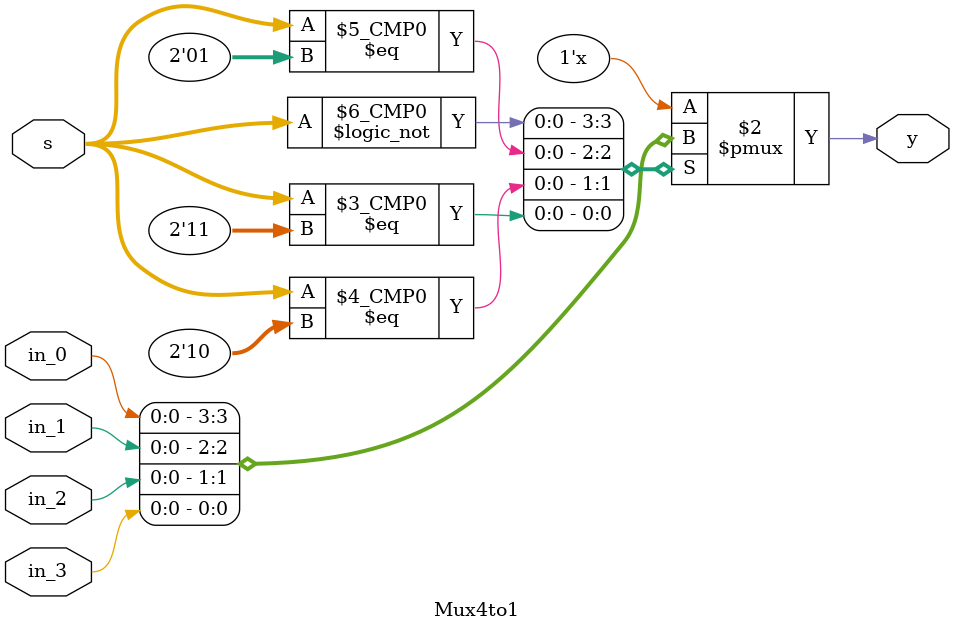
<source format=v>
module Mux4to1 
		#(parameter data_width = 1)
		(output reg [data_width-1: 0] y, input [data_width-1: 0] in_0, in_1, in_2, in_3, input [1: 0] s);
	// On change of any input bits or select bits
	always @(in_0, in_1, in_2, in_3, s)
		// Switch select bit and redirect y output
		case (s) 
			2'b00: y <= in_0;
			2'b01: y <= in_1;
			2'b10: y <= in_2;
			2'b11: y <= in_3;
		endcase
endmodule
</source>
